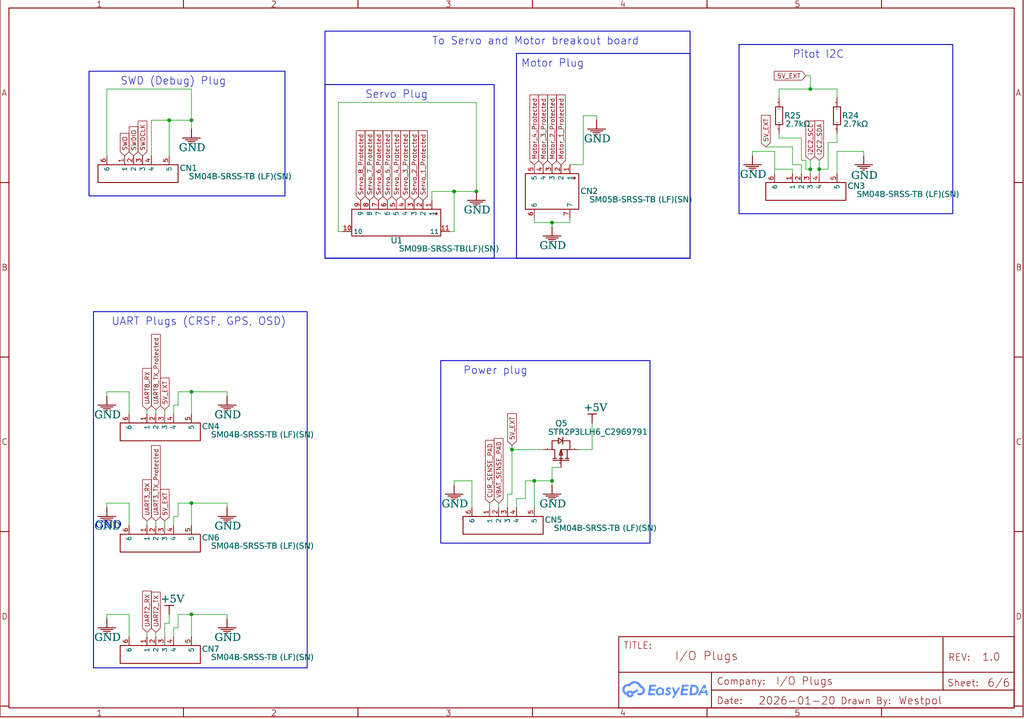
<source format=kicad_sch>
(kicad_sch (version 20250114) (generator "eeschema") (generator_version "9.0")
  (paper "User" 292.1 205.105)
  (lib_symbols
    (symbol "+5V" (power) (pin_numbers (hide yes)) (pin_names (hide yes))
      (property "Value" "+5V" (at 0 -3.81 0))
      (symbol "+5V_0_0"
        (pin power_in line (at 0 0 270) (length 0) (name "+5V") (number "1"))
      )
    )
    (symbol "GND" (power) (pin_numbers (hide yes)) (pin_names (hide yes))
      (property "Value" "GND" (at 0 -6.35 0))
      (symbol "GND_0_0"
        (pin power_in line (at 0 0 270) (length 0) (name "GND") (number "1"))
      )
    )
    (symbol "RC0402FR-072K7L"
      (property "Reference" "R24" (at 1.524 0.8763 0))
      (property "Value" "2.7kΩ" (at 1.524 -1.4351 0))
      (symbol "RC0402FR-072K7L_0_0"
        (pin input line (at 0 5.08 270) (length 2.54) (name "2") (number "2"))
        (pin input line (at 0 -5.08 90) (length 2.54) (name "1") (number "1"))
      )
    )
    (symbol "RC0402FR-072K7L_1"
      (property "Reference" "R25" (at 1.524 0.8763 0))
      (property "Value" "2.7kΩ" (at 1.524 -1.4351 0))
      (symbol "RC0402FR-072K7L_1_0_0"
        (pin input line (at 0 5.08 270) (length 2.54) (name "2") (number "2"))
        (pin input line (at 0 -5.08 90) (length 2.54) (name "1") (number "1"))
      )
    )
    (symbol "SM04B-SRSS-TB (LF)(SN)"
      (property "Reference" "CN1" (at 11.938 1.1303 0))
      (property "Value" "SM04B-SRSS-TB (LF)(SN)" (at 11.938 -1.1811 0))
      (symbol "SM04B-SRSS-TB (LF)(SN)_0_0"
        (pin unspecified line (at -8.89 3.81 270) (length 2.54) (name "6") (number "6"))
        (pin unspecified line (at -3.81 3.81 270) (length 2.54) (name "1") (number "1"))
        (pin unspecified line (at -1.27 3.81 270) (length 2.54) (name "2") (number "2"))
        (pin unspecified line (at 1.27 3.81 270) (length 2.54) (name "3") (number "3"))
        (pin unspecified line (at 3.81 3.81 270) (length 2.54) (name "4") (number "4"))
        (pin unspecified line (at 8.89 3.81 270) (length 2.54) (name "5") (number "5"))
      )
    )
    (symbol "SM04B-SRSS-TB (LF)(SN)_1"
      (property "Reference" "CN3" (at 11.938 1.1303 0))
      (property "Value" "SM04B-SRSS-TB (LF)(SN)" (at 11.938 -1.1811 0))
      (symbol "SM04B-SRSS-TB (LF)(SN)_1_0_0"
        (pin unspecified line (at -8.89 3.81 270) (length 2.54) (name "6") (number "6"))
        (pin unspecified line (at -3.81 3.81 270) (length 2.54) (name "1") (number "1"))
        (pin unspecified line (at -1.27 3.81 270) (length 2.54) (name "2") (number "2"))
        (pin unspecified line (at 1.27 3.81 270) (length 2.54) (name "3") (number "3"))
        (pin unspecified line (at 3.81 3.81 270) (length 2.54) (name "4") (number "4"))
        (pin unspecified line (at 8.89 3.81 270) (length 2.54) (name "5") (number "5"))
      )
    )
    (symbol "SM04B-SRSS-TB (LF)(SN)_2"
      (property "Reference" "CN4" (at 11.938 1.1303 0))
      (property "Value" "SM04B-SRSS-TB (LF)(SN)" (at 11.938 -1.1811 0))
      (symbol "SM04B-SRSS-TB (LF)(SN)_2_0_0"
        (pin unspecified line (at -8.89 3.81 270) (length 2.54) (name "6") (number "6"))
        (pin unspecified line (at -3.81 3.81 270) (length 2.54) (name "1") (number "1"))
        (pin unspecified line (at -1.27 3.81 270) (length 2.54) (name "2") (number "2"))
        (pin unspecified line (at 1.27 3.81 270) (length 2.54) (name "3") (number "3"))
        (pin unspecified line (at 3.81 3.81 270) (length 2.54) (name "4") (number "4"))
        (pin unspecified line (at 8.89 3.81 270) (length 2.54) (name "5") (number "5"))
      )
    )
    (symbol "SM04B-SRSS-TB (LF)(SN)_3"
      (property "Reference" "CN6" (at 11.938 1.1303 0))
      (property "Value" "SM04B-SRSS-TB (LF)(SN)" (at 11.938 -1.1811 0))
      (symbol "SM04B-SRSS-TB (LF)(SN)_3_0_0"
        (pin unspecified line (at -8.89 3.81 270) (length 2.54) (name "6") (number "6"))
        (pin unspecified line (at -3.81 3.81 270) (length 2.54) (name "1") (number "1"))
        (pin unspecified line (at -1.27 3.81 270) (length 2.54) (name "2") (number "2"))
        (pin unspecified line (at 1.27 3.81 270) (length 2.54) (name "3") (number "3"))
        (pin unspecified line (at 3.81 3.81 270) (length 2.54) (name "4") (number "4"))
        (pin unspecified line (at 8.89 3.81 270) (length 2.54) (name "5") (number "5"))
      )
    )
    (symbol "SM04B-SRSS-TB (LF)(SN)_4"
      (property "Reference" "CN5" (at 11.938 1.1303 0))
      (property "Value" "SM04B-SRSS-TB (LF)(SN)" (at 11.938 -1.1811 0))
      (symbol "SM04B-SRSS-TB (LF)(SN)_4_0_0"
        (pin unspecified line (at -8.89 3.81 270) (length 2.54) (name "6") (number "6"))
        (pin unspecified line (at -3.81 3.81 270) (length 2.54) (name "1") (number "1"))
        (pin unspecified line (at -1.27 3.81 270) (length 2.54) (name "2") (number "2"))
        (pin unspecified line (at 1.27 3.81 270) (length 2.54) (name "3") (number "3"))
        (pin unspecified line (at 3.81 3.81 270) (length 2.54) (name "4") (number "4"))
        (pin unspecified line (at 8.89 3.81 270) (length 2.54) (name "5") (number "5"))
      )
    )
    (symbol "SM04B-SRSS-TB (LF)(SN)_5"
      (property "Reference" "CN7" (at 11.938 1.1303 0))
      (property "Value" "SM04B-SRSS-TB (LF)(SN)" (at 11.938 -1.1811 0))
      (symbol "SM04B-SRSS-TB (LF)(SN)_5_0_0"
        (pin unspecified line (at -8.89 3.81 270) (length 2.54) (name "6") (number "6"))
        (pin unspecified line (at -3.81 3.81 270) (length 2.54) (name "1") (number "1"))
        (pin unspecified line (at -1.27 3.81 270) (length 2.54) (name "2") (number "2"))
        (pin unspecified line (at 1.27 3.81 270) (length 2.54) (name "3") (number "3"))
        (pin unspecified line (at 3.81 3.81 270) (length 2.54) (name "4") (number "4"))
        (pin unspecified line (at 8.89 3.81 270) (length 2.54) (name "5") (number "5"))
      )
    )
    (symbol "SM05B-SRSS-TB (LF)(SN)"
      (property "Reference" "CN2" (at 8.128 0.9017 0))
      (property "Value" "SM05B-SRSS-TB (LF)(SN)" (at 8.128 -1.4351 0))
      (symbol "SM05B-SRSS-TB (LF)(SN)_0_0"
        (pin unspecified line (at -5.08 7.62 270) (length 2.54) (name "5") (number "5"))
        (pin unspecified line (at -5.08 -7.62 90) (length 2.54) (name "6") (number "6"))
        (pin unspecified line (at -2.54 7.62 270) (length 2.54) (name "4") (number "4"))
        (pin unspecified line (at 0 7.62 270) (length 2.54) (name "3") (number "3"))
        (pin unspecified line (at 2.54 7.62 270) (length 2.54) (name "2") (number "2"))
        (pin unspecified line (at 5.08 7.62 270) (length 2.54) (name "1") (number "1"))
        (pin unspecified line (at 5.08 -7.62 90) (length 2.54) (name "7") (number "7"))
      )
    )
    (symbol "SM09B-SRSS-TB(LF)(SN)"
      (property "Reference" "U1" (at -1.4986 -5.5499 0))
      (property "Value" "SM09B-SRSS-TB(LF)(SN)" (at -1.4986 -7.8359 0))
      (symbol "SM09B-SRSS-TB(LF)(SN)_0_0"
        (pin unspecified line (at -15.24 -3.81 0) (length 2.54) (name "10") (number "10"))
        (pin unspecified line (at -10.16 5.08 270) (length 2.54) (name "9") (number "9"))
        (pin unspecified line (at -7.62 5.08 270) (length 2.54) (name "8") (number "8"))
        (pin unspecified line (at -5.08 5.08 270) (length 2.54) (name "7") (number "7"))
        (pin unspecified line (at -2.54 5.08 270) (length 2.54) (name "6") (number "6"))
        (pin unspecified line (at 0 5.08 270) (length 2.54) (name "5") (number "5"))
        (pin unspecified line (at 2.54 5.08 270) (length 2.54) (name "4") (number "4"))
        (pin unspecified line (at 5.08 5.08 270) (length 2.54) (name "3") (number "3"))
        (pin unspecified line (at 7.62 5.08 270) (length 2.54) (name "2") (number "2"))
        (pin unspecified line (at 10.16 5.08 270) (length 2.54) (name "1") (number "1"))
        (pin unspecified line (at 15.24 -3.81 180) (length 2.54) (name "11") (number "11"))
      )
    )
    (symbol "STR2P3LLH6_C2969791"
      (property "Reference" "Q5" (at -1.5748 8.3439 0))
      (property "Value" "STR2P3LLH6_C2969791" (at -4.5466 5.9309 0))
      (symbol "STR2P3LLH6_C2969791_0_0"
        (pin unspecified line (at -5.08 0 0) (length 2.54) (name "D") (number "3"))
        (pin unspecified line (at 0 -5.08 90) (length 2.54) (name "G") (number "1"))
        (pin unspecified line (at 5.08 0 180) (length 2.54) (name "S") (number "2"))
      )
    )
    (symbol "Unknown_0_-806"
      (symbol "Unknown_0_-806_0_0"
        (text "A" (at 0.381 -25.7429 0) (effects (font (size 1.6891 1.6891)) (justify left top)))
        (text "B" (at 0.381 -75.5269 0) (effects (font (size 1.6891 1.6891)) (justify left top)))
        (text "C" (at 0.381 -125.3109 0) (effects (font (size 1.6891 1.6891)) (justify left top)))
        (text "D" (at 0.381 -175.0949 0) (effects (font (size 1.6891 1.6891)) (justify left top)))
        (text "1" (at 27.432 -0.4699 0) (effects (font (size 1.6891 1.6891)) (justify left top)))
        (text "1" (at 27.432 -202.6539 0) (effects (font (size 1.6891 1.6891)) (justify left top)))
        (text "2" (at 77.216 -0.4699 0) (effects (font (size 1.6891 1.6891)) (justify left top)))
        (text "2" (at 77.216 -202.6539 0) (effects (font (size 1.6891 1.6891)) (justify left top)))
        (text "3" (at 127 -0.4699 0) (effects (font (size 1.6891 1.6891)) (justify left top)))
        (text "3" (at 127 -202.6539 0) (effects (font (size 1.6891 1.6891)) (justify left top)))
        (text "4" (at 176.784 -0.4699 0) (effects (font (size 1.6891 1.6891)) (justify left top)))
        (text "4" (at 176.784 -202.6539 0) (effects (font (size 1.6891 1.6891)) (justify left top)))
        (text "TITLE:" (at 177.7746 -183.2356 0) (effects (font (size 1.9304 1.9304)) (justify left top)))
        (text "I/O Plugs" (at 192.4304 -185.928 0) (effects (font (size 2.413 2.413)) (justify left top)))
        (text "Company:" (at 204.3684 -193.4464 0) (effects (font (size 1.9304 1.9304)) (justify left top)))
        (text "Date:" (at 204.3684 -198.9836 0) (effects (font (size 1.9304 1.9304)) (justify left top)))
        (text "2026-01-20" (at 216.3064 -198.8439 0) (effects (font (size 2.1717 2.1717)) (justify left top)))
        (text "I/O Plugs" (at 221.2848 -193.2305 0) (effects (font (size 2.1717 2.1717)) (justify left top)))
        (text "5" (at 226.568 -0.4699 0) (effects (font (size 1.6891 1.6891)) (justify left top)))
        (text "5" (at 226.568 -202.6539 0) (effects (font (size 1.6891 1.6891)) (justify left top)))
        (text "Drawn By:" (at 239.6744 -199.0344 0) (effects (font (size 1.9304 1.9304)) (justify left top)))
        (text "Westpol" (at 256.1844 -198.7931 0) (effects (font (size 2.1717 2.1717)) (justify left top)))
        (text "Sheet:" (at 270.1544 -193.9036 0) (effects (font (size 1.9304 1.9304)) (justify left top)))
        (text "REV:" (at 270.4084 -186.5884 0) (effects (font (size 1.9304 1.9304)) (justify left top)))
        (text "1.0" (at 280.0604 -186.3471 0) (effects (font (size 2.1717 2.1717)) (justify left top)))
        (text "6/6" (at 281.5844 -193.7639 0) (effects (font (size 2.1717 2.1717)) (justify left top)))
        (text "A" (at 289.687 -25.7429 0) (effects (font (size 1.6891 1.6891)) (justify left top)))
        (text "B" (at 289.687 -75.5269 0) (effects (font (size 1.6891 1.6891)) (justify left top)))
        (text "C" (at 289.687 -125.3109 0) (effects (font (size 1.6891 1.6891)) (justify left top)))
        (text "D" (at 289.687 -175.0949 0) (effects (font (size 1.6891 1.6891)) (justify left top)))
      )
    )
  )
  (rectangle (start 92.71 24.13) (end 140.97 73.66) (stroke (width 0.254)))
  (rectangle (start 125.73 102.87) (end 185.42 154.94) (stroke (width 0.254)))
  (rectangle (start 92.71 8.89) (end 196.85 73.66) (stroke (width 0.254)))
  (rectangle (start 210.82 12.7) (end 271.78 60.96) (stroke (width 0.254)))
  (rectangle (start 26.67 88.9) (end 87.63 190.5) (stroke (width 0.254)))
  (rectangle (start 25.4 20.32) (end 81.28 55.88) (stroke (width 0.254)))
  (rectangle (start 147.32 15.24) (end 196.85 73.66) (stroke (width 0.254)))
  (text "GND" (at 27.178 149.2123 0) (effects (font (size 2.1717 2.1717)) (justify left top)))
  (text "To Servo and Motor breakout board" (at 123.19 10.5283 0) (effects (font (size 2.1717 2.1717)) (justify left top)))
  (text "SWD (Debug) Plug" (at 34.29 21.9583 0) (effects (font (size 2.1717 2.1717)) (justify left top)))
  (text "Motor Plug" (at 148.59 16.8783 0) (effects (font (size 2.1717 2.1717)) (justify left top)))
  (text "Pitot I2C" (at 226.06 14.3383 0) (effects (font (size 2.1717 2.1717)) (justify left top)))
  (text "UART Plugs (CRSF, GPS, OSD)" (at 31.75 90.5383 0) (effects (font (size 2.1717 2.1717)) (justify left top)))
  (text "Servo Plug" (at 104.14 25.7683 0) (effects (font (size 2.1717 2.1717)) (justify left top)))
  (text "Power plug" (at 132.08 104.5083 0) (effects (font (size 2.1717 2.1717)) (justify left top)))
  (junction (at 152.4 137.16))
  (junction (at 231.14 25.4))
  (junction (at 231.14 48.26))
  (junction (at 233.68 48.26))
  (junction (at 129.54 54.61))
  (junction (at 54.61 143.51))
  (junction (at 146.05 128.27))
  (junction (at 157.48 63.5))
  (junction (at 157.48 137.16))
  (junction (at 48.26 34.29))
  (junction (at 54.61 34.29))
  (junction (at 135.89 54.61))
  (junction (at 54.61 111.76))
  (junction (at 54.61 175.26))
  (wire (pts (xy 214.63 43.18) (xy 220.98 43.18)))
  (wire (pts (xy 123.19 54.61) (xy 129.54 54.61)))
  (wire (pts (xy 229.87 45.72) (xy 229.87 48.26)))
  (wire (pts (xy 222.25 38.1) (xy 222.25 39.37)))
  (wire (pts (xy 30.48 111.76) (xy 36.83 111.76)))
  (wire (pts (xy 154.94 128.27) (xy 146.05 128.27)))
  (wire (pts (xy 160.02 133.35) (xy 157.48 133.35)))
  (wire (pts (xy 64.77 176.53) (xy 64.77 175.26)))
  (wire (pts (xy 36.83 111.76) (xy 36.83 118.11)))
  (wire (pts (xy 36.83 175.26) (xy 36.83 181.61)))
  (wire (pts (xy 149.86 142.24) (xy 149.86 137.16)))
  (wire (pts (xy 64.77 143.51) (xy 54.61 143.51)))
  (wire (pts (xy 30.48 144.78) (xy 30.48 143.51)))
  (wire (pts (xy 162.56 63.5) (xy 162.56 62.23)))
  (wire (pts (xy 236.22 48.26) (xy 233.68 48.26)))
  (wire (pts (xy 30.48 176.53) (xy 30.48 175.26)))
  (wire (pts (xy 64.77 144.78) (xy 64.77 143.51)))
  (wire (pts (xy 96.52 66.04) (xy 96.52 29.21)))
  (wire (pts (xy 246.38 44.45) (xy 246.38 43.18)))
  (wire (pts (xy 64.77 111.76) (xy 54.61 111.76)))
  (wire (pts (xy 229.87 48.26) (xy 231.14 48.26)))
  (wire (pts (xy 41.91 149.86) (xy 41.91 148.59)))
  (wire (pts (xy 218.44 41.91) (xy 226.06 41.91)))
  (wire (pts (xy 129.54 54.61) (xy 129.54 66.04)))
  (wire (pts (xy 147.32 142.24) (xy 149.86 142.24)))
  (wire (pts (xy 231.14 45.72) (xy 231.14 48.26)))
  (wire (pts (xy 44.45 149.86) (xy 44.45 148.59)))
  (wire (pts (xy 30.48 25.4) (xy 30.48 44.45)))
  (wire (pts (xy 231.14 48.26) (xy 231.14 49.53)))
  (wire (pts (xy 229.87 21.59) (xy 231.14 21.59)))
  (wire (pts (xy 41.91 116.84) (xy 41.91 118.11)))
  (wire (pts (xy 238.76 25.4) (xy 231.14 25.4)))
  (wire (pts (xy 166.37 46.99) (xy 162.56 46.99)))
  (wire (pts (xy 157.48 137.16) (xy 152.4 137.16)))
  (wire (pts (xy 146.05 128.27) (xy 146.05 140.97)))
  (wire (pts (xy 157.48 63.5) (xy 162.56 63.5)))
  (wire (pts (xy 144.78 140.97) (xy 144.78 144.78)))
  (wire (pts (xy 54.61 34.29) (xy 54.61 25.4)))
  (wire (pts (xy 46.99 116.84) (xy 46.99 118.11)))
  (wire (pts (xy 54.61 36.83) (xy 54.61 34.29)))
  (wire (pts (xy 50.8 175.26) (xy 54.61 175.26)))
  (wire (pts (xy 246.38 43.18) (xy 238.76 43.18)))
  (wire (pts (xy 170.18 33.02) (xy 166.37 33.02)))
  (wire (pts (xy 146.05 127) (xy 146.05 128.27)))
  (wire (pts (xy 157.48 138.43) (xy 157.48 137.16)))
  (wire (pts (xy 226.06 46.99) (xy 228.6 46.99)))
  (wire (pts (xy 36.83 143.51) (xy 36.83 149.86)))
  (wire (pts (xy 157.48 133.35) (xy 157.48 137.16)))
  (wire (pts (xy 135.89 54.61) (xy 129.54 54.61)))
  (wire (pts (xy 170.18 34.29) (xy 170.18 33.02)))
  (wire (pts (xy 64.77 113.03) (xy 64.77 111.76)))
  (wire (pts (xy 64.77 175.26) (xy 54.61 175.26)))
  (wire (pts (xy 49.53 181.61) (xy 49.53 179.07)))
  (wire (pts (xy 228.6 46.99) (xy 228.6 49.53)))
  (wire (pts (xy 43.18 34.29) (xy 48.26 34.29)))
  (wire (pts (xy 238.76 40.64) (xy 236.22 40.64)))
  (wire (pts (xy 142.24 143.51) (xy 142.24 144.78)))
  (wire (pts (xy 228.6 45.72) (xy 229.87 45.72)))
  (wire (pts (xy 152.4 137.16) (xy 152.4 144.78)))
  (wire (pts (xy 46.99 148.59) (xy 46.99 149.86)))
  (wire (pts (xy 134.62 137.16) (xy 134.62 144.78)))
  (wire (pts (xy 97.79 66.04) (xy 96.52 66.04)))
  (wire (pts (xy 44.45 116.84) (xy 44.45 118.11)))
  (wire (pts (xy 30.48 113.03) (xy 30.48 111.76)))
  (wire (pts (xy 96.52 29.21) (xy 135.89 29.21)))
  (wire (pts (xy 233.68 48.26) (xy 233.68 49.53)))
  (wire (pts (xy 48.26 34.29) (xy 54.61 34.29)))
  (wire (pts (xy 228.6 39.37) (xy 228.6 45.72)))
  (wire (pts (xy 123.19 57.15) (xy 123.19 54.61)))
  (wire (pts (xy 54.61 25.4) (xy 30.48 25.4)))
  (wire (pts (xy 166.37 33.02) (xy 166.37 46.99)))
  (wire (pts (xy 49.53 118.11) (xy 49.53 115.57)))
  (wire (pts (xy 54.61 143.51) (xy 54.61 149.86)))
  (wire (pts (xy 49.53 147.32) (xy 50.8 147.32)))
  (wire (pts (xy 50.8 111.76) (xy 50.8 115.57)))
  (wire (pts (xy 50.8 143.51) (xy 54.61 143.51)))
  (wire (pts (xy 238.76 43.18) (xy 238.76 49.53)))
  (wire (pts (xy 149.86 137.16) (xy 152.4 137.16)))
  (wire (pts (xy 129.54 137.16) (xy 134.62 137.16)))
  (wire (pts (xy 231.14 25.4) (xy 222.25 25.4)))
  (wire (pts (xy 238.76 27.94) (xy 238.76 25.4)))
  (wire (pts (xy 214.63 44.45) (xy 214.63 43.18)))
  (wire (pts (xy 30.48 143.51) (xy 36.83 143.51)))
  (wire (pts (xy 50.8 143.51) (xy 50.8 147.32)))
  (wire (pts (xy 43.18 44.45) (xy 43.18 34.29)))
  (wire (pts (xy 233.68 45.72) (xy 233.68 48.26)))
  (wire (pts (xy 231.14 21.59) (xy 231.14 25.4)))
  (wire (pts (xy 46.99 177.8) (xy 46.99 181.61)))
  (wire (pts (xy 49.53 149.86) (xy 49.53 147.32)))
  (wire (pts (xy 129.54 66.04) (xy 128.27 66.04)))
  (wire (pts (xy 168.91 128.27) (xy 168.91 120.65)))
  (wire (pts (xy 49.53 179.07) (xy 50.8 179.07)))
  (wire (pts (xy 135.89 29.21) (xy 135.89 54.61)))
  (wire (pts (xy 48.26 44.45) (xy 48.26 34.29)))
  (wire (pts (xy 129.54 138.43) (xy 129.54 137.16)))
  (wire (pts (xy 30.48 175.26) (xy 36.83 175.26)))
  (wire (pts (xy 222.25 39.37) (xy 228.6 39.37)))
  (wire (pts (xy 147.32 144.78) (xy 147.32 142.24)))
  (wire (pts (xy 222.25 25.4) (xy 222.25 27.94)))
  (wire (pts (xy 152.4 62.23) (xy 152.4 63.5)))
  (wire (pts (xy 226.06 48.26) (xy 220.98 48.26)))
  (wire (pts (xy 44.45 180.34) (xy 44.45 181.61)))
  (wire (pts (xy 49.53 115.57) (xy 50.8 115.57)))
  (wire (pts (xy 165.1 128.27) (xy 168.91 128.27)))
  (wire (pts (xy 54.61 175.26) (xy 54.61 181.61)))
  (wire (pts (xy 48.26 177.8) (xy 46.99 177.8)))
  (wire (pts (xy 139.7 143.51) (xy 139.7 144.78)))
  (wire (pts (xy 48.26 175.26) (xy 48.26 177.8)))
  (wire (pts (xy 152.4 63.5) (xy 157.48 63.5)))
  (wire (pts (xy 226.06 41.91) (xy 226.06 46.99)))
  (wire (pts (xy 157.48 64.77) (xy 157.48 63.5)))
  (wire (pts (xy 238.76 38.1) (xy 238.76 40.64)))
  (wire (pts (xy 236.22 40.64) (xy 236.22 48.26)))
  (wire (pts (xy 50.8 111.76) (xy 54.61 111.76)))
  (wire (pts (xy 146.05 140.97) (xy 144.78 140.97)))
  (wire (pts (xy 50.8 175.26) (xy 50.8 179.07)))
  (wire (pts (xy 41.91 180.34) (xy 41.91 181.61)))
  (wire (pts (xy 54.61 111.76) (xy 54.61 118.11)))
  (wire (pts (xy 226.06 49.53) (xy 226.06 48.26)))
  (wire (pts (xy 220.98 43.18) (xy 220.98 49.53)))
  (global_label "5V_EXT" (shape input) (at 46.99 148.59 90) (property "Intersheetrefs" "${INTERSHEET_REFS}" (effects (hide yes))))
  (global_label "5V_EXT" (shape input) (at 146.05 127 90) (property "Intersheetrefs" "${INTERSHEET_REFS}" (effects (hide yes))))
  (global_label "SWDCLK" (shape input) (at 40.64 44.45 90) (property "Intersheetrefs" "${INTERSHEET_REFS}" (effects (hide yes))))
  (global_label "Servo_7_Protected" (shape input) (at 105.41 57.15 90) (property "Intersheetrefs" "${INTERSHEET_REFS}" (effects (hide yes))))
  (global_label "Motor_4_Protected" (shape input) (at 152.4 46.99 90) (property "Intersheetrefs" "${INTERSHEET_REFS}" (effects (hide yes))))
  (global_label "UART2_RX" (shape input) (at 41.91 180.34 90) (property "Intersheetrefs" "${INTERSHEET_REFS}" (effects (hide yes))))
  (global_label "Motor_2_Protected" (shape input) (at 157.48 46.99 90) (property "Intersheetrefs" "${INTERSHEET_REFS}" (effects (hide yes))))
  (global_label "Servo_5_Protected" (shape input) (at 110.49 57.15 90) (property "Intersheetrefs" "${INTERSHEET_REFS}" (effects (hide yes))))
  (global_label "Servo_4_Protected" (shape input) (at 113.03 57.15 90) (property "Intersheetrefs" "${INTERSHEET_REFS}" (effects (hide yes))))
  (global_label "5V_EXT" (shape input) (at 46.99 116.84 90) (property "Intersheetrefs" "${INTERSHEET_REFS}" (effects (hide yes))))
  (global_label "UART3_RX" (shape input) (at 41.91 148.59 90) (property "Intersheetrefs" "${INTERSHEET_REFS}" (effects (hide yes))))
  (global_label "5V_EXT" (shape input) (at 229.87 21.59 180) (property "Intersheetrefs" "${INTERSHEET_REFS}" (effects (hide yes))))
  (global_label "CUR_SENSE_PAD" (shape input) (at 139.7 143.51 90) (property "Intersheetrefs" "${INTERSHEET_REFS}" (effects (hide yes))))
  (global_label "I2C2_SCL" (shape input) (at 231.14 45.72 90) (property "Intersheetrefs" "${INTERSHEET_REFS}" (effects (hide yes))))
  (global_label "UART2_TX" (shape input) (at 44.45 180.34 90) (property "Intersheetrefs" "${INTERSHEET_REFS}" (effects (hide yes))))
  (global_label "Servo_1_Protected" (shape input) (at 120.65 57.15 90) (property "Intersheetrefs" "${INTERSHEET_REFS}" (effects (hide yes))))
  (global_label "Servo_8_Protected" (shape input) (at 102.87 57.15 90) (property "Intersheetrefs" "${INTERSHEET_REFS}" (effects (hide yes))))
  (global_label "UART3_TX_Protected" (shape input) (at 44.45 148.59 90) (property "Intersheetrefs" "${INTERSHEET_REFS}" (effects (hide yes))))
  (global_label "Motor_1_Protected" (shape input) (at 160.02 46.99 90) (property "Intersheetrefs" "${INTERSHEET_REFS}" (effects (hide yes))))
  (global_label "Servo_2_Protected" (shape input) (at 118.11 57.15 90) (property "Intersheetrefs" "${INTERSHEET_REFS}" (effects (hide yes))))
  (global_label "5V_EXT" (shape input) (at 218.44 41.91 90) (property "Intersheetrefs" "${INTERSHEET_REFS}" (effects (hide yes))))
  (global_label "UART8_RX" (shape input) (at 41.91 116.84 90) (property "Intersheetrefs" "${INTERSHEET_REFS}" (effects (hide yes))))
  (global_label "Servo_3_Protected" (shape input) (at 115.57 57.15 90) (property "Intersheetrefs" "${INTERSHEET_REFS}" (effects (hide yes))))
  (global_label "I2C2_SDA" (shape input) (at 233.68 45.72 90) (property "Intersheetrefs" "${INTERSHEET_REFS}" (effects (hide yes))))
  (global_label "VBAT_SENSE_PAD" (shape input) (at 142.24 143.51 90) (property "Intersheetrefs" "${INTERSHEET_REFS}" (effects (hide yes))))
  (global_label "SWDIO" (shape input) (at 38.1 44.45 90) (property "Intersheetrefs" "${INTERSHEET_REFS}" (effects (hide yes))))
  (global_label "Servo_6_Protected" (shape input) (at 107.95 57.15 90) (property "Intersheetrefs" "${INTERSHEET_REFS}" (effects (hide yes))))
  (global_label "SWO" (shape input) (at 35.56 44.45 90) (property "Intersheetrefs" "${INTERSHEET_REFS}" (effects (hide yes))))
  (global_label "UART8_TX_Protected" (shape input) (at 44.45 116.84 90) (property "Intersheetrefs" "${INTERSHEET_REFS}" (effects (hide yes))))
  (global_label "Motor_3_Protected" (shape input) (at 154.94 46.99 90) (property "Intersheetrefs" "${INTERSHEET_REFS}" (effects (hide yes))))
  (symbol (lib_id "GND") (at 157.48 64.77 0) (unit 0)
    (property "Reference" "#PWR?" (effects (hide yes)))
    (property "Value" "GND" (at 154.178 71.374 0) (effects (font (size 2.1717 2.1717)) (justify left bottom)))
    (property "Description" "Power symbol creates a global label with name 'GND'" (effects (hide yes)))
  )
  (symbol (lib_id "GND") (at 54.61 36.83 0) (unit 0)
    (property "Reference" "#PWR?" (effects (hide yes)))
    (property "Value" "GND" (at 51.308 43.434 0) (effects (font (size 2.1717 2.1717)) (justify left bottom)))
    (property "Description" "Power symbol creates a global label with name 'GND'" (effects (hide yes)))
  )
  (symbol (lib_id "+5V") (at 48.26 175.26 0) (mirror x) (unit 0)
    (property "Reference" "#PWR?" (effects (hide yes)))
    (property "Value" "+5V" (at 45.72 172.212 0) (effects (font (size 2.1717 2.1717)) (justify left top)))
    (property "Description" "Power symbol creates a global label with name '+5V'" (effects (hide yes)))
  )
  (symbol (lib_id "SM04B-SRSS-TB (LF)(SN)_3") (at 45.72 153.67 0) (unit 0)
    (property "Reference" "CN6" (at 57.658 152.5397 0) (effects (font (size 1.6891 1.6891)) (justify left top)))
    (property "Value" "SM04B-SRSS-TB (LF)(SN)" (at 57.658 154.8511 0) (effects (font (size 1.6891 1.6891)) (justify left top)))
    (property "Manufacturer Part" "SM04B-SRSS-TB(LF)(SN)" (effects (hide yes)))
    (property "Manufacturer" "JST" (effects (hide yes)))
    (property "Supplier Part" "C160404" (effects (hide yes)))
    (property "Supplier" "LCSC" (effects (hide yes)))
  )
  (symbol (lib_id "SM04B-SRSS-TB (LF)(SN)_4") (at 143.51 148.59 0) (unit 0)
    (property "Reference" "CN5" (at 155.448 147.4597 0) (effects (font (size 1.6891 1.6891)) (justify left top)))
    (property "Value" "SM04B-SRSS-TB (LF)(SN)" (at 155.448 149.7711 0) (effects (font (size 1.6891 1.6891)) (justify left top)))
    (property "Manufacturer Part" "SM04B-SRSS-TB(LF)(SN)" (effects (hide yes)))
    (property "Manufacturer" "JST" (effects (hide yes)))
    (property "Supplier Part" "C160404" (effects (hide yes)))
    (property "Supplier" "LCSC" (effects (hide yes)))
  )
  (symbol (lib_id "RC0402FR-072K7L_1") (at 222.25 33.02 0) (unit 0)
    (property "Reference" "R25" (at 223.774 32.1437 0) (effects (font (size 1.6891 1.6891)) (justify left top)))
    (property "Value" "2.7kΩ" (at 223.774 34.4551 0) (effects (font (size 1.6891 1.6891)) (justify left top)))
    (property "Manufacturer Part" "RC0402FR-072K7L" (effects (hide yes)))
    (property "Manufacturer" "YAGEO(国巨)" (effects (hide yes)))
    (property "Supplier Part" "C138017" (effects (hide yes)))
    (property "Supplier" "LCSC" (effects (hide yes)))
  )
  (symbol (lib_id "SM04B-SRSS-TB (LF)(SN)") (at 39.37 48.26 0) (unit 0)
    (property "Reference" "CN1" (at 51.308 47.1297 0) (effects (font (size 1.6891 1.6891)) (justify left top)))
    (property "Value" "SM04B-SRSS-TB (LF)(SN)" (at 51.308 49.4411 0) (effects (font (size 1.6891 1.6891)) (justify left top)))
    (property "Manufacturer Part" "SM04B-SRSS-TB(LF)(SN)" (effects (hide yes)))
    (property "Manufacturer" "JST" (effects (hide yes)))
    (property "Supplier Part" "C160404" (effects (hide yes)))
    (property "Supplier" "LCSC" (effects (hide yes)))
  )
  (symbol (lib_id "GND") (at 246.38 44.45 0) (unit 0)
    (property "Reference" "#PWR?" (effects (hide yes)))
    (property "Value" "GND" (at 243.078 51.3588 0) (effects (font (size 2.1717 2.1717)) (justify left bottom)))
    (property "Description" "Power symbol creates a global label with name 'GND'" (effects (hide yes)))
  )
  (symbol (lib_id "GND") (at 30.48 144.78 0) (unit 0)
    (property "Reference" "#PWR?" (effects (hide yes)))
    (property "Value" "GND" (at 27.178 151.384 0) (effects (font (size 2.1717 2.1717)) (justify left bottom)))
    (property "Description" "Power symbol creates a global label with name 'GND'" (effects (hide yes)))
  )
  (symbol (lib_id "GND") (at 64.77 113.03 0) (unit 0)
    (property "Reference" "#PWR?" (effects (hide yes)))
    (property "Value" "GND" (at 61.468 119.634 0) (effects (font (size 2.1717 2.1717)) (justify left bottom)))
    (property "Description" "Power symbol creates a global label with name 'GND'" (effects (hide yes)))
  )
  (symbol (lib_id "SM09B-SRSS-TB(LF)(SN)") (at 113.03 62.23 0) (unit 0)
    (property "Reference" "U1" (at 111.5314 67.7799 0) (effects (font (size 1.6891 1.6891)) (justify left top)))
    (property "Value" "SM09B-SRSS-TB(LF)(SN)" (at 111.5314 70.0659 0) (effects (font (size 1.6891 1.6891)) (justify left top)))
    (property "Manufacturer Part" "SM09B-SRSS-TB(LF)(SN)" (effects (hide yes)))
    (property "Manufacturer" "JST" (effects (hide yes)))
    (property "Supplier Part" "C160408" (effects (hide yes)))
    (property "Supplier" "LCSC" (effects (hide yes)))
  )
  (symbol (lib_id "SM05B-SRSS-TB (LF)(SN)") (at 157.48 54.61 0) (unit 0)
    (property "Reference" "CN2" (at 165.608 53.7083 0) (effects (font (size 1.6891 1.6891)) (justify left top)))
    (property "Value" "SM05B-SRSS-TB (LF)(SN)" (at 165.608 56.0451 0) (effects (font (size 1.6891 1.6891)) (justify left top)))
    (property "Datasheet" "https://lcsc.com/eda_search?q=C136657&%26type=1&ref=editor" (effects (hide yes)))
    (property "Manufacturer Part" "SM05B-SRSS-TB(LF)(SN)" (effects (hide yes)))
    (property "Manufacturer" "JST" (effects (hide yes)))
    (property "Supplier Part" "C136657" (effects (hide yes)))
    (property "Supplier" "LCSC" (effects (hide yes)))
  )
  (symbol (lib_id "GND") (at 135.89 54.61 0) (unit 0)
    (property "Reference" "#PWR?" (effects (hide yes)))
    (property "Value" "GND" (at 132.588 61.214 0) (effects (font (size 2.1717 2.1717)) (justify left bottom)))
    (property "Description" "Power symbol creates a global label with name 'GND'" (effects (hide yes)))
  )
  (symbol (lib_id "SM04B-SRSS-TB (LF)(SN)_1") (at 229.87 53.34 0) (unit 0)
    (property "Reference" "CN3" (at 241.808 52.2097 0) (effects (font (size 1.6891 1.6891)) (justify left top)))
    (property "Value" "SM04B-SRSS-TB (LF)(SN)" (at 241.808 54.5211 0) (effects (font (size 1.6891 1.6891)) (justify left top)))
    (property "Manufacturer Part" "SM04B-SRSS-TB(LF)(SN)" (effects (hide yes)))
    (property "Manufacturer" "JST" (effects (hide yes)))
    (property "Supplier Part" "C160404" (effects (hide yes)))
    (property "Supplier" "LCSC" (effects (hide yes)))
  )
  (symbol (lib_id "GND") (at 157.48 138.43 0) (unit 0)
    (property "Reference" "#PWR?" (effects (hide yes)))
    (property "Value" "GND" (at 154.178 145.034 0) (effects (font (size 2.1717 2.1717)) (justify left bottom)))
    (property "Description" "Power symbol creates a global label with name 'GND'" (effects (hide yes)))
  )
  (symbol (lib_id "STR2P3LLH6_C2969791") (at 160.02 128.27 0) (unit 0)
    (property "Reference" "Q5" (at 158.4452 119.9261 0) (effects (font (size 1.6891 1.6891)) (justify left top)))
    (property "Value" "STR2P3LLH6_C2969791" (at 155.4734 122.3391 0) (effects (font (size 1.6891 1.6891)) (justify left top)))
    (property "Manufacturer Part" "STR2P3LLH6" (effects (hide yes)))
    (property "Manufacturer" "ST(意法半导体)" (effects (hide yes)))
    (property "Supplier Part" "C2969791" (effects (hide yes)))
    (property "Supplier" "LCSC" (effects (hide yes)))
  )
  (symbol (lib_id "GND") (at 64.77 176.53 0) (unit 0)
    (property "Reference" "#PWR?" (effects (hide yes)))
    (property "Value" "GND" (at 61.468 183.134 0) (effects (font (size 2.1717 2.1717)) (justify left bottom)))
    (property "Description" "Power symbol creates a global label with name 'GND'" (effects (hide yes)))
  )
  (symbol (lib_id "GND") (at 30.48 113.03 0) (unit 0)
    (property "Reference" "#PWR?" (effects (hide yes)))
    (property "Value" "GND" (at 27.178 119.634 0) (effects (font (size 2.1717 2.1717)) (justify left bottom)))
    (property "Description" "Power symbol creates a global label with name 'GND'" (effects (hide yes)))
  )
  (symbol (lib_id "RC0402FR-072K7L") (at 238.76 33.02 0) (unit 0)
    (property "Reference" "R24" (at 240.284 32.1437 0) (effects (font (size 1.6891 1.6891)) (justify left top)))
    (property "Value" "2.7kΩ" (at 240.284 34.4551 0) (effects (font (size 1.6891 1.6891)) (justify left top)))
    (property "Manufacturer Part" "RC0402FR-072K7L" (effects (hide yes)))
    (property "Manufacturer" "YAGEO(国巨)" (effects (hide yes)))
    (property "Supplier Part" "C138017" (effects (hide yes)))
    (property "Supplier" "LCSC" (effects (hide yes)))
  )
  (symbol (lib_id "SM04B-SRSS-TB (LF)(SN)_5") (at 45.72 185.42 0) (unit 0)
    (property "Reference" "CN7" (at 57.658 184.2897 0) (effects (font (size 1.6891 1.6891)) (justify left top)))
    (property "Value" "SM04B-SRSS-TB (LF)(SN)" (at 57.658 186.6011 0) (effects (font (size 1.6891 1.6891)) (justify left top)))
    (property "Manufacturer Part" "SM04B-SRSS-TB(LF)(SN)" (effects (hide yes)))
    (property "Manufacturer" "JST" (effects (hide yes)))
    (property "Supplier Part" "C160404" (effects (hide yes)))
    (property "Supplier" "LCSC" (effects (hide yes)))
  )
  (symbol (lib_id "GND") (at 64.77 144.78 0) (unit 0)
    (property "Reference" "#PWR?" (effects (hide yes)))
    (property "Value" "GND" (at 61.468 151.384 0) (effects (font (size 2.1717 2.1717)) (justify left bottom)))
    (property "Description" "Power symbol creates a global label with name 'GND'" (effects (hide yes)))
  )
  (symbol (lib_id "GND") (at 170.18 34.29 0) (unit 0)
    (property "Reference" "#PWR?" (effects (hide yes)))
    (property "Value" "GND" (at 166.878 40.894 0) (effects (font (size 2.1717 2.1717)) (justify left bottom)))
    (property "Description" "Power symbol creates a global label with name 'GND'" (effects (hide yes)))
  )
  (symbol (lib_id "GND") (at 30.48 176.53 0) (unit 0)
    (property "Reference" "#PWR?" (effects (hide yes)))
    (property "Value" "GND" (at 27.178 183.134 0) (effects (font (size 2.1717 2.1717)) (justify left bottom)))
    (property "Description" "Power symbol creates a global label with name 'GND'" (effects (hide yes)))
  )
  (symbol (lib_id "SM04B-SRSS-TB (LF)(SN)_2") (at 45.72 121.92 0) (unit 0)
    (property "Reference" "CN4" (at 57.658 120.7897 0) (effects (font (size 1.6891 1.6891)) (justify left top)))
    (property "Value" "SM04B-SRSS-TB (LF)(SN)" (at 57.658 123.1011 0) (effects (font (size 1.6891 1.6891)) (justify left top)))
    (property "Manufacturer Part" "SM04B-SRSS-TB(LF)(SN)" (effects (hide yes)))
    (property "Manufacturer" "JST" (effects (hide yes)))
    (property "Supplier Part" "C160404" (effects (hide yes)))
    (property "Supplier" "LCSC" (effects (hide yes)))
  )
  (symbol (lib_id "Unknown_0_-806") (at 0 -0.254 0) (unit 0)
    (property "Reference" "A" (effects (hide yes)))
    (property "Value" "A" (effects (hide yes)))
    (property "Manufacturer Part" "?" (effects (hide yes)))
  )
  (symbol (lib_id "GND") (at 214.63 44.45 0) (unit 0)
    (property "Reference" "#PWR?" (effects (hide yes)))
    (property "Value" "GND" (at 211.328 51.054 0) (effects (font (size 2.1717 2.1717)) (justify left bottom)))
    (property "Description" "Power symbol creates a global label with name 'GND'" (effects (hide yes)))
  )
  (symbol (lib_id "GND") (at 129.54 138.43 0) (unit 0)
    (property "Reference" "#PWR?" (effects (hide yes)))
    (property "Value" "GND" (at 126.238 145.034 0) (effects (font (size 2.1717 2.1717)) (justify left bottom)))
    (property "Description" "Power symbol creates a global label with name 'GND'" (effects (hide yes)))
  )
  (symbol (lib_id "+5V") (at 168.91 120.65 0) (mirror x) (unit 0)
    (property "Reference" "#PWR?" (effects (hide yes)))
    (property "Value" "+5V" (at 166.37 117.602 0) (effects (font (size 2.1717 2.1717)) (justify left top)))
    (property "Description" "Power symbol creates a global label with name '+5V'" (effects (hide yes)))
  )
)
</source>
